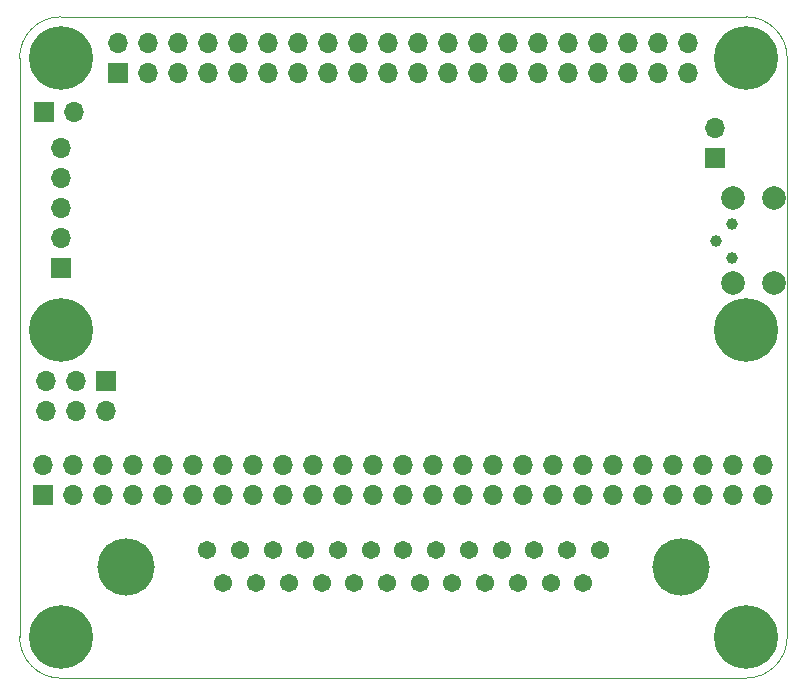
<source format=gbr>
%TF.GenerationSoftware,KiCad,Pcbnew,(5.1.7-0-10_14)*%
%TF.CreationDate,2021-03-07T20:48:25-06:00*%
%TF.ProjectId,rascsi_2p3a,72617363-7369-45f3-9270-33612e6b6963,rev?*%
%TF.SameCoordinates,PX59d60c0PY325aa00*%
%TF.FileFunction,Soldermask,Bot*%
%TF.FilePolarity,Negative*%
%FSLAX46Y46*%
G04 Gerber Fmt 4.6, Leading zero omitted, Abs format (unit mm)*
G04 Created by KiCad (PCBNEW (5.1.7-0-10_14)) date 2021-03-07 20:48:25*
%MOMM*%
%LPD*%
G01*
G04 APERTURE LIST*
%TA.AperFunction,Profile*%
%ADD10C,0.050000*%
%TD*%
%ADD11C,1.000000*%
%ADD12C,2.000000*%
%ADD13C,4.845000*%
%ADD14C,1.545000*%
%ADD15O,1.700000X1.700000*%
%ADD16R,1.700000X1.700000*%
%ADD17C,0.800000*%
%ADD18C,5.400000*%
G04 APERTURE END LIST*
D10*
X83800000Y-45696000D02*
X141800000Y-45696000D01*
X83800000Y-45696000D02*
G75*
G02*
X80300000Y-42196000I0J3500000D01*
G01*
X145300000Y-42196000D02*
G75*
G02*
X141800000Y-45696000I-3500000J0D01*
G01*
X80300000Y6800000D02*
X80300000Y-42196000D01*
X145300000Y6800000D02*
X145300000Y-42196000D01*
X83800000Y10300000D02*
X141800000Y10300000D01*
X80300000Y6800000D02*
G75*
G02*
X83800000Y10300000I3500000J0D01*
G01*
X141800000Y10300000D02*
G75*
G02*
X145300000Y6800000I0J-3500000D01*
G01*
D11*
%TO.C,TP1*%
X140650000Y-7250000D03*
%TD*%
%TO.C,TP2*%
X139260000Y-8660000D03*
%TD*%
%TO.C,TP3*%
X140650000Y-10110000D03*
%TD*%
D12*
%TO.C,J8*%
X140705000Y-12235000D03*
X140705000Y-5085000D03*
X144155000Y-5085000D03*
X144155000Y-12235000D03*
%TD*%
D13*
%TO.C,J6*%
X89281600Y-36250000D03*
X136321600Y-36250000D03*
D14*
X97566600Y-37670000D03*
X100336600Y-37670000D03*
X103106600Y-37670000D03*
X105876600Y-37670000D03*
X108646600Y-37670000D03*
X111416600Y-37670000D03*
X114186600Y-37670000D03*
X116956600Y-37670000D03*
X119726600Y-37670000D03*
X122496600Y-37670000D03*
X125266600Y-37670000D03*
X128036600Y-37670000D03*
X96181600Y-34830000D03*
X98951600Y-34830000D03*
X101721600Y-34830000D03*
X104491600Y-34830000D03*
X107261600Y-34830000D03*
X110031600Y-34830000D03*
X112801600Y-34830000D03*
X115571600Y-34830000D03*
X118341600Y-34830000D03*
X121111600Y-34830000D03*
X123881600Y-34830000D03*
X126651600Y-34830000D03*
X129421600Y-34830000D03*
%TD*%
D15*
%TO.C,J2*%
X139226000Y857000D03*
D16*
X139226000Y-1683000D03*
%TD*%
D15*
%TO.C,J7*%
X84920000Y2280000D03*
D16*
X82380000Y2280000D03*
%TD*%
D15*
%TO.C,J5*%
X82560000Y-23110000D03*
X82560000Y-20570000D03*
X85100000Y-23110000D03*
X85100000Y-20570000D03*
X87640000Y-23110000D03*
D16*
X87640000Y-20570000D03*
%TD*%
D15*
%TO.C,J3*%
X143226500Y-27654500D03*
X143226500Y-30194500D03*
X140686500Y-27654500D03*
X140686500Y-30194500D03*
X138146500Y-27654500D03*
X138146500Y-30194500D03*
X135606500Y-27654500D03*
X135606500Y-30194500D03*
X133066500Y-27654500D03*
X133066500Y-30194500D03*
X130526500Y-27654500D03*
X130526500Y-30194500D03*
X127986500Y-27654500D03*
X127986500Y-30194500D03*
X125446500Y-27654500D03*
X125446500Y-30194500D03*
X122906500Y-27654500D03*
X122906500Y-30194500D03*
X120366500Y-27654500D03*
X120366500Y-30194500D03*
X117826500Y-27654500D03*
X117826500Y-30194500D03*
X115286500Y-27654500D03*
X115286500Y-30194500D03*
X112746500Y-27654500D03*
X112746500Y-30194500D03*
X110206500Y-27654500D03*
X110206500Y-30194500D03*
X107666500Y-27654500D03*
X107666500Y-30194500D03*
X105126500Y-27654500D03*
X105126500Y-30194500D03*
X102586500Y-27654500D03*
X102586500Y-30194500D03*
X100046500Y-27654500D03*
X100046500Y-30194500D03*
X97506500Y-27654500D03*
X97506500Y-30194500D03*
X94966500Y-27654500D03*
X94966500Y-30194500D03*
X92426500Y-27654500D03*
X92426500Y-30194500D03*
X89886500Y-27654500D03*
X89886500Y-30194500D03*
X87346500Y-27654500D03*
X87346500Y-30194500D03*
X84806500Y-27654500D03*
X84806500Y-30194500D03*
X82266500Y-27654500D03*
D16*
X82266500Y-30194500D03*
%TD*%
D15*
%TO.C,J1*%
X136930000Y8070000D03*
X136930000Y5530000D03*
X134390000Y8070000D03*
X134390000Y5530000D03*
X131850000Y8070000D03*
X131850000Y5530000D03*
X129310000Y8070000D03*
X129310000Y5530000D03*
X126770000Y8070000D03*
X126770000Y5530000D03*
X124230000Y8070000D03*
X124230000Y5530000D03*
X121690000Y8070000D03*
X121690000Y5530000D03*
X119150000Y8070000D03*
X119150000Y5530000D03*
X116610000Y8070000D03*
X116610000Y5530000D03*
X114070000Y8070000D03*
X114070000Y5530000D03*
X111530000Y8070000D03*
X111530000Y5530000D03*
X108990000Y8070000D03*
X108990000Y5530000D03*
X106450000Y8070000D03*
X106450000Y5530000D03*
X103910000Y8070000D03*
X103910000Y5530000D03*
X101370000Y8070000D03*
X101370000Y5530000D03*
X98830000Y8070000D03*
X98830000Y5530000D03*
X96290000Y8070000D03*
X96290000Y5530000D03*
X93750000Y8070000D03*
X93750000Y5530000D03*
X91210000Y8070000D03*
X91210000Y5530000D03*
X88670000Y8070000D03*
D16*
X88670000Y5530000D03*
%TD*%
D17*
%TO.C,H2*%
X143231891Y8231891D03*
X141800000Y8825000D03*
X140368109Y8231891D03*
X139775000Y6800000D03*
X140368109Y5368109D03*
X141800000Y4775000D03*
X143231891Y5368109D03*
X143825000Y6800000D03*
D18*
X141800000Y6800000D03*
%TD*%
D17*
%TO.C,H1*%
X85231891Y8231891D03*
X83800000Y8825000D03*
X82368109Y8231891D03*
X81775000Y6800000D03*
X82368109Y5368109D03*
X83800000Y4775000D03*
X85231891Y5368109D03*
X85825000Y6800000D03*
D18*
X83800000Y6800000D03*
%TD*%
D15*
%TO.C,J4*%
X83810000Y-820000D03*
X83810000Y-3360000D03*
X83810000Y-5900000D03*
X83810000Y-8440000D03*
D16*
X83810000Y-10980000D03*
%TD*%
D17*
%TO.C,H6*%
X143231891Y-40768109D03*
X141800000Y-40175000D03*
X140368109Y-40768109D03*
X139775000Y-42200000D03*
X140368109Y-43631891D03*
X141800000Y-44225000D03*
X143231891Y-43631891D03*
X143825000Y-42200000D03*
D18*
X141800000Y-42200000D03*
%TD*%
D17*
%TO.C,H5*%
X85231891Y-40768109D03*
X83800000Y-40175000D03*
X82368109Y-40768109D03*
X81775000Y-42200000D03*
X82368109Y-43631891D03*
X83800000Y-44225000D03*
X85231891Y-43631891D03*
X85825000Y-42200000D03*
D18*
X83800000Y-42200000D03*
%TD*%
D17*
%TO.C,H4*%
X143231891Y-14768109D03*
X141800000Y-14175000D03*
X140368109Y-14768109D03*
X139775000Y-16200000D03*
X140368109Y-17631891D03*
X141800000Y-18225000D03*
X143231891Y-17631891D03*
X143825000Y-16200000D03*
D18*
X141800000Y-16200000D03*
%TD*%
D17*
%TO.C,H3*%
X85231891Y-14768109D03*
X83800000Y-14175000D03*
X82368109Y-14768109D03*
X81775000Y-16200000D03*
X82368109Y-17631891D03*
X83800000Y-18225000D03*
X85231891Y-17631891D03*
X85825000Y-16200000D03*
D18*
X83800000Y-16200000D03*
%TD*%
M02*

</source>
